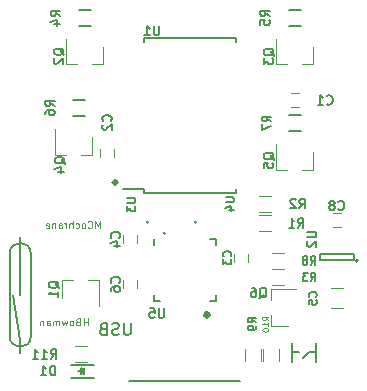
<source format=gbo>
G04 #@! TF.FileFunction,Legend,Bot*
%FSLAX46Y46*%
G04 Gerber Fmt 4.6, Leading zero omitted, Abs format (unit mm)*
G04 Created by KiCad (PCBNEW 4.0.2+dfsg1-stable) date Fri 12 May 2017 16:51:10 AEST*
%MOMM*%
G01*
G04 APERTURE LIST*
%ADD10C,0.100000*%
%ADD11C,0.304800*%
%ADD12C,0.300000*%
%ADD13C,0.152400*%
%ADD14C,0.150000*%
%ADD15C,0.120000*%
%ADD16C,0.200000*%
%ADD17C,0.500000*%
G04 APERTURE END LIST*
D10*
X196884943Y-114063429D02*
X196884943Y-113463429D01*
X196684943Y-113892000D01*
X196484943Y-113463429D01*
X196484943Y-114063429D01*
X195856372Y-114006286D02*
X195884943Y-114034857D01*
X195970657Y-114063429D01*
X196027800Y-114063429D01*
X196113515Y-114034857D01*
X196170657Y-113977714D01*
X196199229Y-113920571D01*
X196227800Y-113806286D01*
X196227800Y-113720571D01*
X196199229Y-113606286D01*
X196170657Y-113549143D01*
X196113515Y-113492000D01*
X196027800Y-113463429D01*
X195970657Y-113463429D01*
X195884943Y-113492000D01*
X195856372Y-113520571D01*
X195513515Y-114063429D02*
X195570657Y-114034857D01*
X195599229Y-114006286D01*
X195627800Y-113949143D01*
X195627800Y-113777714D01*
X195599229Y-113720571D01*
X195570657Y-113692000D01*
X195513515Y-113663429D01*
X195427800Y-113663429D01*
X195370657Y-113692000D01*
X195342086Y-113720571D01*
X195313515Y-113777714D01*
X195313515Y-113949143D01*
X195342086Y-114006286D01*
X195370657Y-114034857D01*
X195427800Y-114063429D01*
X195513515Y-114063429D01*
X194799229Y-114034857D02*
X194856372Y-114063429D01*
X194970658Y-114063429D01*
X195027800Y-114034857D01*
X195056372Y-114006286D01*
X195084943Y-113949143D01*
X195084943Y-113777714D01*
X195056372Y-113720571D01*
X195027800Y-113692000D01*
X194970658Y-113663429D01*
X194856372Y-113663429D01*
X194799229Y-113692000D01*
X194542086Y-114063429D02*
X194542086Y-113463429D01*
X194284943Y-114063429D02*
X194284943Y-113749143D01*
X194313514Y-113692000D01*
X194370657Y-113663429D01*
X194456372Y-113663429D01*
X194513514Y-113692000D01*
X194542086Y-113720571D01*
X193999229Y-114063429D02*
X193999229Y-113663429D01*
X193999229Y-113777714D02*
X193970657Y-113720571D01*
X193942086Y-113692000D01*
X193884943Y-113663429D01*
X193827800Y-113663429D01*
X193370657Y-114063429D02*
X193370657Y-113749143D01*
X193399228Y-113692000D01*
X193456371Y-113663429D01*
X193570657Y-113663429D01*
X193627800Y-113692000D01*
X193370657Y-114034857D02*
X193427800Y-114063429D01*
X193570657Y-114063429D01*
X193627800Y-114034857D01*
X193656371Y-113977714D01*
X193656371Y-113920571D01*
X193627800Y-113863429D01*
X193570657Y-113834857D01*
X193427800Y-113834857D01*
X193370657Y-113806286D01*
X193084943Y-113663429D02*
X193084943Y-114063429D01*
X193084943Y-113720571D02*
X193056371Y-113692000D01*
X192999229Y-113663429D01*
X192913514Y-113663429D01*
X192856371Y-113692000D01*
X192827800Y-113749143D01*
X192827800Y-114063429D01*
X192313514Y-114034857D02*
X192370657Y-114063429D01*
X192484943Y-114063429D01*
X192542086Y-114034857D01*
X192570657Y-113977714D01*
X192570657Y-113749143D01*
X192542086Y-113692000D01*
X192484943Y-113663429D01*
X192370657Y-113663429D01*
X192313514Y-113692000D01*
X192284943Y-113749143D01*
X192284943Y-113806286D01*
X192570657Y-113863429D01*
X195818143Y-122318429D02*
X195818143Y-121718429D01*
X195818143Y-122004143D02*
X195475286Y-122004143D01*
X195475286Y-122318429D02*
X195475286Y-121718429D01*
X194989572Y-122004143D02*
X194903858Y-122032714D01*
X194875286Y-122061286D01*
X194846715Y-122118429D01*
X194846715Y-122204143D01*
X194875286Y-122261286D01*
X194903858Y-122289857D01*
X194961000Y-122318429D01*
X195189572Y-122318429D01*
X195189572Y-121718429D01*
X194989572Y-121718429D01*
X194932429Y-121747000D01*
X194903858Y-121775571D01*
X194875286Y-121832714D01*
X194875286Y-121889857D01*
X194903858Y-121947000D01*
X194932429Y-121975571D01*
X194989572Y-122004143D01*
X195189572Y-122004143D01*
X194503858Y-122318429D02*
X194561000Y-122289857D01*
X194589572Y-122261286D01*
X194618143Y-122204143D01*
X194618143Y-122032714D01*
X194589572Y-121975571D01*
X194561000Y-121947000D01*
X194503858Y-121918429D01*
X194418143Y-121918429D01*
X194361000Y-121947000D01*
X194332429Y-121975571D01*
X194303858Y-122032714D01*
X194303858Y-122204143D01*
X194332429Y-122261286D01*
X194361000Y-122289857D01*
X194418143Y-122318429D01*
X194503858Y-122318429D01*
X194103858Y-121918429D02*
X193989572Y-122318429D01*
X193875286Y-122032714D01*
X193761001Y-122318429D01*
X193646715Y-121918429D01*
X193418144Y-122318429D02*
X193418144Y-121918429D01*
X193418144Y-121975571D02*
X193389572Y-121947000D01*
X193332430Y-121918429D01*
X193246715Y-121918429D01*
X193189572Y-121947000D01*
X193161001Y-122004143D01*
X193161001Y-122318429D01*
X193161001Y-122004143D02*
X193132430Y-121947000D01*
X193075287Y-121918429D01*
X192989572Y-121918429D01*
X192932430Y-121947000D01*
X192903858Y-122004143D01*
X192903858Y-122318429D01*
X192361001Y-122318429D02*
X192361001Y-122004143D01*
X192389572Y-121947000D01*
X192446715Y-121918429D01*
X192561001Y-121918429D01*
X192618144Y-121947000D01*
X192361001Y-122289857D02*
X192418144Y-122318429D01*
X192561001Y-122318429D01*
X192618144Y-122289857D01*
X192646715Y-122232714D01*
X192646715Y-122175571D01*
X192618144Y-122118429D01*
X192561001Y-122089857D01*
X192418144Y-122089857D01*
X192361001Y-122061286D01*
X192075287Y-121918429D02*
X192075287Y-122318429D01*
X192075287Y-121975571D02*
X192046715Y-121947000D01*
X191989573Y-121918429D01*
X191903858Y-121918429D01*
X191846715Y-121947000D01*
X191818144Y-122004143D01*
X191818144Y-122318429D01*
D11*
X198299902Y-110185200D02*
G75*
G03X198299902Y-110185200I-154502J0D01*
G01*
D12*
X206061484Y-121412000D02*
G75*
G03X206061484Y-121412000I-143684J0D01*
G01*
D13*
X202387200Y-114503200D02*
G75*
G03X202387200Y-114503200I-76200J0D01*
G01*
D14*
X199458105Y-122108981D02*
X199458105Y-122918505D01*
X199410486Y-123013743D01*
X199362867Y-123061362D01*
X199267629Y-123108981D01*
X199077152Y-123108981D01*
X198981914Y-123061362D01*
X198934295Y-123013743D01*
X198886676Y-122918505D01*
X198886676Y-122108981D01*
X198458105Y-123061362D02*
X198315248Y-123108981D01*
X198077152Y-123108981D01*
X197981914Y-123061362D01*
X197934295Y-123013743D01*
X197886676Y-122918505D01*
X197886676Y-122823267D01*
X197934295Y-122728029D01*
X197981914Y-122680410D01*
X198077152Y-122632790D01*
X198267629Y-122585171D01*
X198362867Y-122537552D01*
X198410486Y-122489933D01*
X198458105Y-122394695D01*
X198458105Y-122299457D01*
X198410486Y-122204219D01*
X198362867Y-122156600D01*
X198267629Y-122108981D01*
X198029533Y-122108981D01*
X197886676Y-122156600D01*
X197124771Y-122585171D02*
X196981914Y-122632790D01*
X196934295Y-122680410D01*
X196886676Y-122775648D01*
X196886676Y-122918505D01*
X196934295Y-123013743D01*
X196981914Y-123061362D01*
X197077152Y-123108981D01*
X197458105Y-123108981D01*
X197458105Y-122108981D01*
X197124771Y-122108981D01*
X197029533Y-122156600D01*
X196981914Y-122204219D01*
X196934295Y-122299457D01*
X196934295Y-122394695D01*
X196981914Y-122489933D01*
X197029533Y-122537552D01*
X197124771Y-122585171D01*
X197458105Y-122585171D01*
D15*
X193619000Y-118493000D02*
X194549000Y-118493000D01*
X196779000Y-118493000D02*
X195849000Y-118493000D01*
X196779000Y-118493000D02*
X196779000Y-120653000D01*
X193619000Y-118493000D02*
X193619000Y-119953000D01*
D14*
X195080000Y-96941000D02*
X196080000Y-96941000D01*
X196080000Y-95591000D02*
X195080000Y-95591000D01*
X194615000Y-104561000D02*
X195615000Y-104561000D01*
X195615000Y-103211000D02*
X194615000Y-103211000D01*
X212860000Y-105831000D02*
X213860000Y-105831000D01*
X213860000Y-104481000D02*
X212860000Y-104481000D01*
X212860000Y-96941000D02*
X213860000Y-96941000D01*
X213860000Y-95591000D02*
X212860000Y-95591000D01*
D15*
X213710000Y-102651000D02*
X213010000Y-102651000D01*
X213010000Y-103851000D02*
X213710000Y-103851000D01*
X198085000Y-108046000D02*
X198085000Y-107346000D01*
X196885000Y-107346000D02*
X196885000Y-108046000D01*
X208188000Y-116236000D02*
X208188000Y-116936000D01*
X209388000Y-116936000D02*
X209388000Y-116236000D01*
X198790000Y-114651000D02*
X198790000Y-115351000D01*
X199990000Y-115351000D02*
X199990000Y-114651000D01*
X216440231Y-119165000D02*
X217440231Y-119165000D01*
X217440231Y-120865000D02*
X216440231Y-120865000D01*
X199990000Y-119156000D02*
X199990000Y-118456000D01*
X198790000Y-118456000D02*
X198790000Y-119156000D01*
X217266000Y-112811000D02*
X216566000Y-112811000D01*
X216566000Y-114011000D02*
X217266000Y-114011000D01*
X211320000Y-112985000D02*
X210320000Y-112985000D01*
X210320000Y-114345000D02*
X211320000Y-114345000D01*
X211320000Y-111334000D02*
X210320000Y-111334000D01*
X210320000Y-112694000D02*
X211320000Y-112694000D01*
X211463000Y-118917000D02*
X212463000Y-118917000D01*
X212463000Y-117557000D02*
X211463000Y-117557000D01*
X212463000Y-116160000D02*
X211463000Y-116160000D01*
X211463000Y-117520000D02*
X212463000Y-117520000D01*
X210484000Y-125341000D02*
X210484000Y-124341000D01*
X209124000Y-124341000D02*
X209124000Y-125341000D01*
X212008000Y-125341000D02*
X212008000Y-124341000D01*
X210648000Y-124341000D02*
X210648000Y-125341000D01*
X194790000Y-125450000D02*
X195790000Y-125450000D01*
X195790000Y-124090000D02*
X194790000Y-124090000D01*
X197160000Y-100201000D02*
X196230000Y-100201000D01*
X194000000Y-100201000D02*
X194930000Y-100201000D01*
X194000000Y-100201000D02*
X194000000Y-98041000D01*
X197160000Y-100201000D02*
X197160000Y-98741000D01*
X196210000Y-107851000D02*
X195280000Y-107851000D01*
X193050000Y-107851000D02*
X193980000Y-107851000D01*
X193050000Y-107851000D02*
X193050000Y-105691000D01*
X196210000Y-107851000D02*
X196210000Y-106391000D01*
X214940000Y-100201000D02*
X214010000Y-100201000D01*
X211780000Y-100201000D02*
X212710000Y-100201000D01*
X211780000Y-100201000D02*
X211780000Y-98041000D01*
X214940000Y-100201000D02*
X214940000Y-98741000D01*
X214940000Y-109121000D02*
X214010000Y-109121000D01*
X211780000Y-109121000D02*
X212710000Y-109121000D01*
X211780000Y-109121000D02*
X211780000Y-106961000D01*
X214940000Y-109121000D02*
X214940000Y-107661000D01*
X211330000Y-122357000D02*
X211330000Y-121427000D01*
X211330000Y-119197000D02*
X211330000Y-120127000D01*
X211330000Y-119197000D02*
X213490000Y-119197000D01*
X211330000Y-122357000D02*
X212790000Y-122357000D01*
D16*
X213722000Y-124587000D02*
X213122000Y-124587000D01*
X214522000Y-124587000D02*
X214022000Y-125087000D01*
X215122000Y-124587000D02*
X214522000Y-124587000D01*
X213122000Y-123787000D02*
X213122000Y-125387000D01*
X215122000Y-123787000D02*
X215122000Y-125387000D01*
D14*
X190119000Y-124130000D02*
X190119000Y-124630000D01*
X190119000Y-115330000D02*
X190119000Y-114830000D01*
X190119000Y-124130000D02*
X190119000Y-123530000D01*
X190119000Y-123530000D02*
X189519000Y-119730000D01*
X190119000Y-115430000D02*
X190119000Y-119730000D01*
X191019000Y-116230000D02*
X191019000Y-123230000D01*
X189219000Y-123230000D02*
X189219000Y-116230000D01*
X191019000Y-123230000D02*
G75*
G02X189219000Y-123230000I-900000J0D01*
G01*
X189219000Y-116230000D02*
G75*
G02X191019000Y-116230000I900000J0D01*
G01*
X200595000Y-111096000D02*
X200595000Y-110761000D01*
X208345000Y-111096000D02*
X208345000Y-110761000D01*
X208345000Y-97946000D02*
X208345000Y-98281000D01*
X200595000Y-97946000D02*
X200595000Y-98281000D01*
X200595000Y-111096000D02*
X208345000Y-111096000D01*
X200595000Y-97946000D02*
X208345000Y-97946000D01*
X200595000Y-110761000D02*
X198795000Y-110761000D01*
X218716000Y-116836511D02*
G75*
G03X218716000Y-116836511I-100000J0D01*
G01*
X218366000Y-116286511D02*
X218366000Y-116786511D01*
X215466000Y-116286511D02*
X218366000Y-116286511D01*
X215466000Y-116786511D02*
X215466000Y-116286511D01*
X218366000Y-116786511D02*
X215466000Y-116786511D01*
X201437500Y-120253500D02*
X201962500Y-120253500D01*
X206687500Y-115003500D02*
X206162500Y-115003500D01*
X206687500Y-120253500D02*
X206162500Y-120253500D01*
X201437500Y-115003500D02*
X201437500Y-115528500D01*
X206687500Y-115003500D02*
X206687500Y-115528500D01*
X206687500Y-120253500D02*
X206687500Y-119728500D01*
X201437500Y-120253500D02*
X201437500Y-119728500D01*
D17*
X206000131Y-121405000D02*
G75*
G03X206000131Y-121405000I-95131J0D01*
G01*
D14*
X208700000Y-127000000D02*
X199300000Y-127000000D01*
X200935042Y-113563400D02*
G75*
G03X200935042Y-113563400I-71842J0D01*
G01*
X204999042Y-113563400D02*
G75*
G03X204999042Y-113563400I-71842J0D01*
G01*
X196340000Y-126740000D02*
X194440000Y-126740000D01*
X196340000Y-125640000D02*
X194440000Y-125640000D01*
X195440000Y-126190000D02*
X194990000Y-126190000D01*
X195490000Y-125940000D02*
X195490000Y-126440000D01*
X195490000Y-126190000D02*
X195240000Y-125940000D01*
X195240000Y-125940000D02*
X195240000Y-126440000D01*
X195240000Y-126440000D02*
X195490000Y-126190000D01*
X193401895Y-119176810D02*
X193363800Y-119100619D01*
X193287610Y-119024429D01*
X193173324Y-118910143D01*
X193135229Y-118833952D01*
X193135229Y-118757762D01*
X193325705Y-118795857D02*
X193287610Y-118719667D01*
X193211419Y-118643476D01*
X193059038Y-118605381D01*
X192792371Y-118605381D01*
X192639990Y-118643476D01*
X192563800Y-118719667D01*
X192525705Y-118795857D01*
X192525705Y-118948238D01*
X192563800Y-119024429D01*
X192639990Y-119100619D01*
X192792371Y-119138714D01*
X193059038Y-119138714D01*
X193211419Y-119100619D01*
X193287610Y-119024429D01*
X193325705Y-118948238D01*
X193325705Y-118795857D01*
X193325705Y-119900619D02*
X193325705Y-119443476D01*
X193325705Y-119672047D02*
X192525705Y-119672047D01*
X192639990Y-119595857D01*
X192716181Y-119519666D01*
X192754276Y-119443476D01*
X193503505Y-96132667D02*
X193122552Y-95866000D01*
X193503505Y-95675524D02*
X192703505Y-95675524D01*
X192703505Y-95980286D01*
X192741600Y-96056477D01*
X192779695Y-96094572D01*
X192855886Y-96132667D01*
X192970171Y-96132667D01*
X193046362Y-96094572D01*
X193084457Y-96056477D01*
X193122552Y-95980286D01*
X193122552Y-95675524D01*
X192970171Y-96818381D02*
X193503505Y-96818381D01*
X192665410Y-96627905D02*
X193236838Y-96437429D01*
X193236838Y-96932667D01*
X193046305Y-103752667D02*
X192665352Y-103486000D01*
X193046305Y-103295524D02*
X192246305Y-103295524D01*
X192246305Y-103600286D01*
X192284400Y-103676477D01*
X192322495Y-103714572D01*
X192398686Y-103752667D01*
X192512971Y-103752667D01*
X192589162Y-103714572D01*
X192627257Y-103676477D01*
X192665352Y-103600286D01*
X192665352Y-103295524D01*
X192246305Y-104438381D02*
X192246305Y-104286000D01*
X192284400Y-104209810D01*
X192322495Y-104171715D01*
X192436781Y-104095524D01*
X192589162Y-104057429D01*
X192893924Y-104057429D01*
X192970114Y-104095524D01*
X193008210Y-104133619D01*
X193046305Y-104209810D01*
X193046305Y-104362191D01*
X193008210Y-104438381D01*
X192970114Y-104476477D01*
X192893924Y-104514572D01*
X192703448Y-104514572D01*
X192627257Y-104476477D01*
X192589162Y-104438381D01*
X192551067Y-104362191D01*
X192551067Y-104209810D01*
X192589162Y-104133619D01*
X192627257Y-104095524D01*
X192703448Y-104057429D01*
X211314467Y-105039334D02*
X210981133Y-104806000D01*
X211314467Y-104639334D02*
X210614467Y-104639334D01*
X210614467Y-104906000D01*
X210647800Y-104972667D01*
X210681133Y-105006000D01*
X210747800Y-105039334D01*
X210847800Y-105039334D01*
X210914467Y-105006000D01*
X210947800Y-104972667D01*
X210981133Y-104906000D01*
X210981133Y-104639334D01*
X210614467Y-105272667D02*
X210614467Y-105739334D01*
X211314467Y-105439334D01*
X211232705Y-96132667D02*
X210851752Y-95866000D01*
X211232705Y-95675524D02*
X210432705Y-95675524D01*
X210432705Y-95980286D01*
X210470800Y-96056477D01*
X210508895Y-96094572D01*
X210585086Y-96132667D01*
X210699371Y-96132667D01*
X210775562Y-96094572D01*
X210813657Y-96056477D01*
X210851752Y-95980286D01*
X210851752Y-95675524D01*
X210432705Y-96856477D02*
X210432705Y-96475524D01*
X210813657Y-96437429D01*
X210775562Y-96475524D01*
X210737467Y-96551715D01*
X210737467Y-96742191D01*
X210775562Y-96818381D01*
X210813657Y-96856477D01*
X210889848Y-96894572D01*
X211080324Y-96894572D01*
X211156514Y-96856477D01*
X211194610Y-96818381D01*
X211232705Y-96742191D01*
X211232705Y-96551715D01*
X211194610Y-96475524D01*
X211156514Y-96437429D01*
X216058733Y-103536714D02*
X216096828Y-103574810D01*
X216211114Y-103612905D01*
X216287304Y-103612905D01*
X216401590Y-103574810D01*
X216477781Y-103498619D01*
X216515876Y-103422429D01*
X216553971Y-103270048D01*
X216553971Y-103155762D01*
X216515876Y-103003381D01*
X216477781Y-102927190D01*
X216401590Y-102851000D01*
X216287304Y-102812905D01*
X216211114Y-102812905D01*
X216096828Y-102851000D01*
X216058733Y-102889095D01*
X215296828Y-103612905D02*
X215753971Y-103612905D01*
X215525400Y-103612905D02*
X215525400Y-102812905D01*
X215601590Y-102927190D01*
X215677781Y-103003381D01*
X215753971Y-103041476D01*
X197770714Y-104997267D02*
X197808810Y-104959172D01*
X197846905Y-104844886D01*
X197846905Y-104768696D01*
X197808810Y-104654410D01*
X197732619Y-104578219D01*
X197656429Y-104540124D01*
X197504048Y-104502029D01*
X197389762Y-104502029D01*
X197237381Y-104540124D01*
X197161190Y-104578219D01*
X197085000Y-104654410D01*
X197046905Y-104768696D01*
X197046905Y-104844886D01*
X197085000Y-104959172D01*
X197123095Y-104997267D01*
X197123095Y-105302029D02*
X197085000Y-105340124D01*
X197046905Y-105416315D01*
X197046905Y-105606791D01*
X197085000Y-105682981D01*
X197123095Y-105721077D01*
X197199286Y-105759172D01*
X197275476Y-105759172D01*
X197389762Y-105721077D01*
X197846905Y-105263934D01*
X197846905Y-105759172D01*
X207920400Y-116469334D02*
X207953733Y-116436000D01*
X207987067Y-116336000D01*
X207987067Y-116269334D01*
X207953733Y-116169334D01*
X207887067Y-116102667D01*
X207820400Y-116069334D01*
X207687067Y-116036000D01*
X207587067Y-116036000D01*
X207453733Y-116069334D01*
X207387067Y-116102667D01*
X207320400Y-116169334D01*
X207287067Y-116269334D01*
X207287067Y-116336000D01*
X207320400Y-116436000D01*
X207353733Y-116469334D01*
X207287067Y-116702667D02*
X207287067Y-117136000D01*
X207553733Y-116902667D01*
X207553733Y-117002667D01*
X207587067Y-117069334D01*
X207620400Y-117102667D01*
X207687067Y-117136000D01*
X207853733Y-117136000D01*
X207920400Y-117102667D01*
X207953733Y-117069334D01*
X207987067Y-117002667D01*
X207987067Y-116802667D01*
X207953733Y-116736000D01*
X207920400Y-116702667D01*
X198481914Y-114877867D02*
X198520010Y-114839772D01*
X198558105Y-114725486D01*
X198558105Y-114649296D01*
X198520010Y-114535010D01*
X198443819Y-114458819D01*
X198367629Y-114420724D01*
X198215248Y-114382629D01*
X198100962Y-114382629D01*
X197948581Y-114420724D01*
X197872390Y-114458819D01*
X197796200Y-114535010D01*
X197758105Y-114649296D01*
X197758105Y-114725486D01*
X197796200Y-114839772D01*
X197834295Y-114877867D01*
X198024771Y-115563581D02*
X198558105Y-115563581D01*
X197720010Y-115373105D02*
X198291438Y-115182629D01*
X198291438Y-115677867D01*
X215159400Y-119898334D02*
X215192733Y-119865000D01*
X215226067Y-119765000D01*
X215226067Y-119698334D01*
X215192733Y-119598334D01*
X215126067Y-119531667D01*
X215059400Y-119498334D01*
X214926067Y-119465000D01*
X214826067Y-119465000D01*
X214692733Y-119498334D01*
X214626067Y-119531667D01*
X214559400Y-119598334D01*
X214526067Y-119698334D01*
X214526067Y-119765000D01*
X214559400Y-119865000D01*
X214592733Y-119898334D01*
X214526067Y-120531667D02*
X214526067Y-120198334D01*
X214859400Y-120165000D01*
X214826067Y-120198334D01*
X214792733Y-120265000D01*
X214792733Y-120431667D01*
X214826067Y-120498334D01*
X214859400Y-120531667D01*
X214926067Y-120565000D01*
X215092733Y-120565000D01*
X215159400Y-120531667D01*
X215192733Y-120498334D01*
X215226067Y-120431667D01*
X215226067Y-120265000D01*
X215192733Y-120198334D01*
X215159400Y-120165000D01*
X198481914Y-118687867D02*
X198520010Y-118649772D01*
X198558105Y-118535486D01*
X198558105Y-118459296D01*
X198520010Y-118345010D01*
X198443819Y-118268819D01*
X198367629Y-118230724D01*
X198215248Y-118192629D01*
X198100962Y-118192629D01*
X197948581Y-118230724D01*
X197872390Y-118268819D01*
X197796200Y-118345010D01*
X197758105Y-118459296D01*
X197758105Y-118535486D01*
X197796200Y-118649772D01*
X197834295Y-118687867D01*
X197758105Y-119373581D02*
X197758105Y-119221200D01*
X197796200Y-119145010D01*
X197834295Y-119106915D01*
X197948581Y-119030724D01*
X198100962Y-118992629D01*
X198405724Y-118992629D01*
X198481914Y-119030724D01*
X198520010Y-119068819D01*
X198558105Y-119145010D01*
X198558105Y-119297391D01*
X198520010Y-119373581D01*
X198481914Y-119411677D01*
X198405724Y-119449772D01*
X198215248Y-119449772D01*
X198139057Y-119411677D01*
X198100962Y-119373581D01*
X198062867Y-119297391D01*
X198062867Y-119145010D01*
X198100962Y-119068819D01*
X198139057Y-119030724D01*
X198215248Y-118992629D01*
X217049333Y-112477514D02*
X217087428Y-112515610D01*
X217201714Y-112553705D01*
X217277904Y-112553705D01*
X217392190Y-112515610D01*
X217468381Y-112439419D01*
X217506476Y-112363229D01*
X217544571Y-112210848D01*
X217544571Y-112096562D01*
X217506476Y-111944181D01*
X217468381Y-111867990D01*
X217392190Y-111791800D01*
X217277904Y-111753705D01*
X217201714Y-111753705D01*
X217087428Y-111791800D01*
X217049333Y-111829895D01*
X216592190Y-112096562D02*
X216668381Y-112058467D01*
X216706476Y-112020371D01*
X216744571Y-111944181D01*
X216744571Y-111906086D01*
X216706476Y-111829895D01*
X216668381Y-111791800D01*
X216592190Y-111753705D01*
X216439809Y-111753705D01*
X216363619Y-111791800D01*
X216325523Y-111829895D01*
X216287428Y-111906086D01*
X216287428Y-111944181D01*
X216325523Y-112020371D01*
X216363619Y-112058467D01*
X216439809Y-112096562D01*
X216592190Y-112096562D01*
X216668381Y-112134657D01*
X216706476Y-112172752D01*
X216744571Y-112248943D01*
X216744571Y-112401324D01*
X216706476Y-112477514D01*
X216668381Y-112515610D01*
X216592190Y-112553705D01*
X216439809Y-112553705D01*
X216363619Y-112515610D01*
X216325523Y-112477514D01*
X216287428Y-112401324D01*
X216287428Y-112248943D01*
X216325523Y-112172752D01*
X216363619Y-112134657D01*
X216439809Y-112096562D01*
X213620333Y-114039605D02*
X213887000Y-113658652D01*
X214077476Y-114039605D02*
X214077476Y-113239605D01*
X213772714Y-113239605D01*
X213696523Y-113277700D01*
X213658428Y-113315795D01*
X213620333Y-113391986D01*
X213620333Y-113506271D01*
X213658428Y-113582462D01*
X213696523Y-113620557D01*
X213772714Y-113658652D01*
X214077476Y-113658652D01*
X212858428Y-114039605D02*
X213315571Y-114039605D01*
X213087000Y-114039605D02*
X213087000Y-113239605D01*
X213163190Y-113353890D01*
X213239381Y-113430081D01*
X213315571Y-113468176D01*
X213747333Y-112375905D02*
X214014000Y-111994952D01*
X214204476Y-112375905D02*
X214204476Y-111575905D01*
X213899714Y-111575905D01*
X213823523Y-111614000D01*
X213785428Y-111652095D01*
X213747333Y-111728286D01*
X213747333Y-111842571D01*
X213785428Y-111918762D01*
X213823523Y-111956857D01*
X213899714Y-111994952D01*
X214204476Y-111994952D01*
X213442571Y-111652095D02*
X213404476Y-111614000D01*
X213328285Y-111575905D01*
X213137809Y-111575905D01*
X213061619Y-111614000D01*
X213023523Y-111652095D01*
X212985428Y-111728286D01*
X212985428Y-111804476D01*
X213023523Y-111918762D01*
X213480666Y-112375905D01*
X212985428Y-112375905D01*
X214695866Y-118553667D02*
X214929200Y-118220333D01*
X215095866Y-118553667D02*
X215095866Y-117853667D01*
X214829200Y-117853667D01*
X214762533Y-117887000D01*
X214729200Y-117920333D01*
X214695866Y-117987000D01*
X214695866Y-118087000D01*
X214729200Y-118153667D01*
X214762533Y-118187000D01*
X214829200Y-118220333D01*
X215095866Y-118220333D01*
X214462533Y-117853667D02*
X214029200Y-117853667D01*
X214262533Y-118120333D01*
X214162533Y-118120333D01*
X214095866Y-118153667D01*
X214062533Y-118187000D01*
X214029200Y-118253667D01*
X214029200Y-118420333D01*
X214062533Y-118487000D01*
X214095866Y-118520333D01*
X214162533Y-118553667D01*
X214362533Y-118553667D01*
X214429200Y-118520333D01*
X214462533Y-118487000D01*
X214695866Y-117156667D02*
X214929200Y-116823333D01*
X215095866Y-117156667D02*
X215095866Y-116456667D01*
X214829200Y-116456667D01*
X214762533Y-116490000D01*
X214729200Y-116523333D01*
X214695866Y-116590000D01*
X214695866Y-116690000D01*
X214729200Y-116756667D01*
X214762533Y-116790000D01*
X214829200Y-116823333D01*
X215095866Y-116823333D01*
X214295866Y-116756667D02*
X214362533Y-116723333D01*
X214395866Y-116690000D01*
X214429200Y-116623333D01*
X214429200Y-116590000D01*
X214395866Y-116523333D01*
X214362533Y-116490000D01*
X214295866Y-116456667D01*
X214162533Y-116456667D01*
X214095866Y-116490000D01*
X214062533Y-116523333D01*
X214029200Y-116590000D01*
X214029200Y-116623333D01*
X214062533Y-116690000D01*
X214095866Y-116723333D01*
X214162533Y-116756667D01*
X214295866Y-116756667D01*
X214362533Y-116790000D01*
X214395866Y-116823333D01*
X214429200Y-116890000D01*
X214429200Y-117023333D01*
X214395866Y-117090000D01*
X214362533Y-117123333D01*
X214295866Y-117156667D01*
X214162533Y-117156667D01*
X214095866Y-117123333D01*
X214062533Y-117090000D01*
X214029200Y-117023333D01*
X214029200Y-116890000D01*
X214062533Y-116823333D01*
X214095866Y-116790000D01*
X214162533Y-116756667D01*
X210095267Y-122057334D02*
X209761933Y-121824000D01*
X210095267Y-121657334D02*
X209395267Y-121657334D01*
X209395267Y-121924000D01*
X209428600Y-121990667D01*
X209461933Y-122024000D01*
X209528600Y-122057334D01*
X209628600Y-122057334D01*
X209695267Y-122024000D01*
X209728600Y-121990667D01*
X209761933Y-121924000D01*
X209761933Y-121657334D01*
X210095267Y-122390667D02*
X210095267Y-122524000D01*
X210061933Y-122590667D01*
X210028600Y-122624000D01*
X209928600Y-122690667D01*
X209795267Y-122724000D01*
X209528600Y-122724000D01*
X209461933Y-122690667D01*
X209428600Y-122657334D01*
X209395267Y-122590667D01*
X209395267Y-122457334D01*
X209428600Y-122390667D01*
X209461933Y-122357334D01*
X209528600Y-122324000D01*
X209695267Y-122324000D01*
X209761933Y-122357334D01*
X209795267Y-122390667D01*
X209828600Y-122457334D01*
X209828600Y-122590667D01*
X209795267Y-122657334D01*
X209761933Y-122690667D01*
X209695267Y-122724000D01*
D10*
X211122390Y-121877972D02*
X210884295Y-121711305D01*
X211122390Y-121592258D02*
X210622390Y-121592258D01*
X210622390Y-121782734D01*
X210646200Y-121830353D01*
X210670010Y-121854162D01*
X210717629Y-121877972D01*
X210789057Y-121877972D01*
X210836676Y-121854162D01*
X210860486Y-121830353D01*
X210884295Y-121782734D01*
X210884295Y-121592258D01*
X211122390Y-122354162D02*
X211122390Y-122068448D01*
X211122390Y-122211305D02*
X210622390Y-122211305D01*
X210693819Y-122163686D01*
X210741438Y-122116067D01*
X210765248Y-122068448D01*
X210622390Y-122663686D02*
X210622390Y-122711305D01*
X210646200Y-122758924D01*
X210670010Y-122782733D01*
X210717629Y-122806543D01*
X210812867Y-122830352D01*
X210931914Y-122830352D01*
X211027152Y-122806543D01*
X211074771Y-122782733D01*
X211098581Y-122758924D01*
X211122390Y-122711305D01*
X211122390Y-122663686D01*
X211098581Y-122616067D01*
X211074771Y-122592257D01*
X211027152Y-122568448D01*
X210931914Y-122544638D01*
X210812867Y-122544638D01*
X210717629Y-122568448D01*
X210670010Y-122592257D01*
X210646200Y-122616067D01*
X210622390Y-122663686D01*
D14*
X192694286Y-125141905D02*
X192960953Y-124760952D01*
X193151429Y-125141905D02*
X193151429Y-124341905D01*
X192846667Y-124341905D01*
X192770476Y-124380000D01*
X192732381Y-124418095D01*
X192694286Y-124494286D01*
X192694286Y-124608571D01*
X192732381Y-124684762D01*
X192770476Y-124722857D01*
X192846667Y-124760952D01*
X193151429Y-124760952D01*
X191932381Y-125141905D02*
X192389524Y-125141905D01*
X192160953Y-125141905D02*
X192160953Y-124341905D01*
X192237143Y-124456190D01*
X192313334Y-124532381D01*
X192389524Y-124570476D01*
X191170476Y-125141905D02*
X191627619Y-125141905D01*
X191399048Y-125141905D02*
X191399048Y-124341905D01*
X191475238Y-124456190D01*
X191551429Y-124532381D01*
X191627619Y-124570476D01*
X193808295Y-99441010D02*
X193770200Y-99364819D01*
X193694010Y-99288629D01*
X193579724Y-99174343D01*
X193541629Y-99098152D01*
X193541629Y-99021962D01*
X193732105Y-99060057D02*
X193694010Y-98983867D01*
X193617819Y-98907676D01*
X193465438Y-98869581D01*
X193198771Y-98869581D01*
X193046390Y-98907676D01*
X192970200Y-98983867D01*
X192932105Y-99060057D01*
X192932105Y-99212438D01*
X192970200Y-99288629D01*
X193046390Y-99364819D01*
X193198771Y-99402914D01*
X193465438Y-99402914D01*
X193617819Y-99364819D01*
X193694010Y-99288629D01*
X193732105Y-99212438D01*
X193732105Y-99060057D01*
X193008295Y-99707676D02*
X192970200Y-99745771D01*
X192932105Y-99821962D01*
X192932105Y-100012438D01*
X192970200Y-100088628D01*
X193008295Y-100126724D01*
X193084486Y-100164819D01*
X193160676Y-100164819D01*
X193274962Y-100126724D01*
X193732105Y-99669581D01*
X193732105Y-100164819D01*
X193909895Y-108635810D02*
X193871800Y-108559619D01*
X193795610Y-108483429D01*
X193681324Y-108369143D01*
X193643229Y-108292952D01*
X193643229Y-108216762D01*
X193833705Y-108254857D02*
X193795610Y-108178667D01*
X193719419Y-108102476D01*
X193567038Y-108064381D01*
X193300371Y-108064381D01*
X193147990Y-108102476D01*
X193071800Y-108178667D01*
X193033705Y-108254857D01*
X193033705Y-108407238D01*
X193071800Y-108483429D01*
X193147990Y-108559619D01*
X193300371Y-108597714D01*
X193567038Y-108597714D01*
X193719419Y-108559619D01*
X193795610Y-108483429D01*
X193833705Y-108407238D01*
X193833705Y-108254857D01*
X193300371Y-109283428D02*
X193833705Y-109283428D01*
X192995610Y-109092952D02*
X193567038Y-108902476D01*
X193567038Y-109397714D01*
X211613695Y-99466410D02*
X211575600Y-99390219D01*
X211499410Y-99314029D01*
X211385124Y-99199743D01*
X211347029Y-99123552D01*
X211347029Y-99047362D01*
X211537505Y-99085457D02*
X211499410Y-99009267D01*
X211423219Y-98933076D01*
X211270838Y-98894981D01*
X211004171Y-98894981D01*
X210851790Y-98933076D01*
X210775600Y-99009267D01*
X210737505Y-99085457D01*
X210737505Y-99237838D01*
X210775600Y-99314029D01*
X210851790Y-99390219D01*
X211004171Y-99428314D01*
X211270838Y-99428314D01*
X211423219Y-99390219D01*
X211499410Y-99314029D01*
X211537505Y-99237838D01*
X211537505Y-99085457D01*
X210737505Y-99694981D02*
X210737505Y-100190219D01*
X211042267Y-99923552D01*
X211042267Y-100037838D01*
X211080362Y-100114028D01*
X211118457Y-100152124D01*
X211194648Y-100190219D01*
X211385124Y-100190219D01*
X211461314Y-100152124D01*
X211499410Y-100114028D01*
X211537505Y-100037838D01*
X211537505Y-99809266D01*
X211499410Y-99733076D01*
X211461314Y-99694981D01*
X211613695Y-108280210D02*
X211575600Y-108204019D01*
X211499410Y-108127829D01*
X211385124Y-108013543D01*
X211347029Y-107937352D01*
X211347029Y-107861162D01*
X211537505Y-107899257D02*
X211499410Y-107823067D01*
X211423219Y-107746876D01*
X211270838Y-107708781D01*
X211004171Y-107708781D01*
X210851790Y-107746876D01*
X210775600Y-107823067D01*
X210737505Y-107899257D01*
X210737505Y-108051638D01*
X210775600Y-108127829D01*
X210851790Y-108204019D01*
X211004171Y-108242114D01*
X211270838Y-108242114D01*
X211423219Y-108204019D01*
X211499410Y-108127829D01*
X211537505Y-108051638D01*
X211537505Y-107899257D01*
X210737505Y-108965924D02*
X210737505Y-108584971D01*
X211118457Y-108546876D01*
X211080362Y-108584971D01*
X211042267Y-108661162D01*
X211042267Y-108851638D01*
X211080362Y-108927828D01*
X211118457Y-108965924D01*
X211194648Y-109004019D01*
X211385124Y-109004019D01*
X211461314Y-108965924D01*
X211499410Y-108927828D01*
X211537505Y-108851638D01*
X211537505Y-108661162D01*
X211499410Y-108584971D01*
X211461314Y-108546876D01*
X210362790Y-119995895D02*
X210438981Y-119957800D01*
X210515171Y-119881610D01*
X210629457Y-119767324D01*
X210705648Y-119729229D01*
X210781838Y-119729229D01*
X210743743Y-119919705D02*
X210819933Y-119881610D01*
X210896124Y-119805419D01*
X210934219Y-119653038D01*
X210934219Y-119386371D01*
X210896124Y-119233990D01*
X210819933Y-119157800D01*
X210743743Y-119119705D01*
X210591362Y-119119705D01*
X210515171Y-119157800D01*
X210438981Y-119233990D01*
X210400886Y-119386371D01*
X210400886Y-119653038D01*
X210438981Y-119805419D01*
X210515171Y-119881610D01*
X210591362Y-119919705D01*
X210743743Y-119919705D01*
X209715172Y-119119705D02*
X209867553Y-119119705D01*
X209943743Y-119157800D01*
X209981838Y-119195895D01*
X210058029Y-119310181D01*
X210096124Y-119462562D01*
X210096124Y-119767324D01*
X210058029Y-119843514D01*
X210019934Y-119881610D01*
X209943743Y-119919705D01*
X209791362Y-119919705D01*
X209715172Y-119881610D01*
X209677076Y-119843514D01*
X209638981Y-119767324D01*
X209638981Y-119576848D01*
X209677076Y-119500657D01*
X209715172Y-119462562D01*
X209791362Y-119424467D01*
X209943743Y-119424467D01*
X210019934Y-119462562D01*
X210058029Y-119500657D01*
X210096124Y-119576848D01*
X201879124Y-96945505D02*
X201879124Y-97593124D01*
X201841029Y-97669314D01*
X201802933Y-97707410D01*
X201726743Y-97745505D01*
X201574362Y-97745505D01*
X201498171Y-97707410D01*
X201460076Y-97669314D01*
X201421981Y-97593124D01*
X201421981Y-96945505D01*
X200621981Y-97745505D02*
X201079124Y-97745505D01*
X200850553Y-97745505D02*
X200850553Y-96945505D01*
X200926743Y-97059790D01*
X201002934Y-97135981D01*
X201079124Y-97174076D01*
X214395105Y-114376276D02*
X215042724Y-114376276D01*
X215118914Y-114414371D01*
X215157010Y-114452467D01*
X215195105Y-114528657D01*
X215195105Y-114681038D01*
X215157010Y-114757229D01*
X215118914Y-114795324D01*
X215042724Y-114833419D01*
X214395105Y-114833419D01*
X214471295Y-115176276D02*
X214433200Y-115214371D01*
X214395105Y-115290562D01*
X214395105Y-115481038D01*
X214433200Y-115557228D01*
X214471295Y-115595324D01*
X214547486Y-115633419D01*
X214623676Y-115633419D01*
X214737962Y-115595324D01*
X215195105Y-115138181D01*
X215195105Y-115633419D01*
X202285524Y-120846905D02*
X202285524Y-121494524D01*
X202247429Y-121570714D01*
X202209333Y-121608810D01*
X202133143Y-121646905D01*
X201980762Y-121646905D01*
X201904571Y-121608810D01*
X201866476Y-121570714D01*
X201828381Y-121494524D01*
X201828381Y-120846905D01*
X201066476Y-120846905D02*
X201447429Y-120846905D01*
X201485524Y-121227857D01*
X201447429Y-121189762D01*
X201371238Y-121151667D01*
X201180762Y-121151667D01*
X201104572Y-121189762D01*
X201066476Y-121227857D01*
X201028381Y-121304048D01*
X201028381Y-121494524D01*
X201066476Y-121570714D01*
X201104572Y-121608810D01*
X201180762Y-121646905D01*
X201371238Y-121646905D01*
X201447429Y-121608810D01*
X201485524Y-121570714D01*
X199171767Y-111531467D02*
X199738433Y-111531467D01*
X199805100Y-111564800D01*
X199838433Y-111598133D01*
X199871767Y-111664800D01*
X199871767Y-111798133D01*
X199838433Y-111864800D01*
X199805100Y-111898133D01*
X199738433Y-111931467D01*
X199171767Y-111931467D01*
X199171767Y-112198133D02*
X199171767Y-112631466D01*
X199438433Y-112398133D01*
X199438433Y-112498133D01*
X199471767Y-112564800D01*
X199505100Y-112598133D01*
X199571767Y-112631466D01*
X199738433Y-112631466D01*
X199805100Y-112598133D01*
X199838433Y-112564800D01*
X199871767Y-112498133D01*
X199871767Y-112298133D01*
X199838433Y-112231466D01*
X199805100Y-112198133D01*
X207515667Y-111480667D02*
X208082333Y-111480667D01*
X208149000Y-111514000D01*
X208182333Y-111547333D01*
X208215667Y-111614000D01*
X208215667Y-111747333D01*
X208182333Y-111814000D01*
X208149000Y-111847333D01*
X208082333Y-111880667D01*
X207515667Y-111880667D01*
X207749000Y-112514000D02*
X208215667Y-112514000D01*
X207482333Y-112347333D02*
X207982333Y-112180666D01*
X207982333Y-112614000D01*
X193060476Y-126531905D02*
X193060476Y-125731905D01*
X192870000Y-125731905D01*
X192755714Y-125770000D01*
X192679523Y-125846190D01*
X192641428Y-125922381D01*
X192603333Y-126074762D01*
X192603333Y-126189048D01*
X192641428Y-126341429D01*
X192679523Y-126417619D01*
X192755714Y-126493810D01*
X192870000Y-126531905D01*
X193060476Y-126531905D01*
X191841428Y-126531905D02*
X192298571Y-126531905D01*
X192070000Y-126531905D02*
X192070000Y-125731905D01*
X192146190Y-125846190D01*
X192222381Y-125922381D01*
X192298571Y-125960476D01*
M02*

</source>
